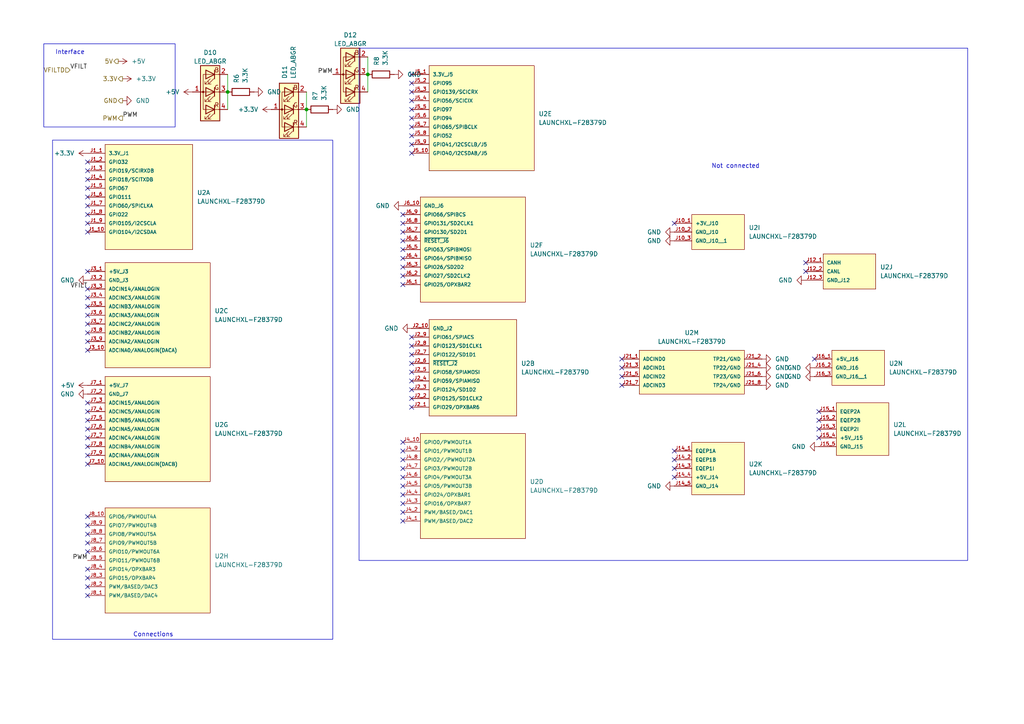
<source format=kicad_sch>
(kicad_sch (version 20250114) (generator "eeschema") (generator_version "9.0")
  (paper "A4")
  (title_block (title "Lecture_Tutorial") (date "2025-02-20") (rev "R0") (company "AbdullahZafar"))
  (lib_symbols
    (symbol "Device:LED_ABGR" (pin_names (offset 0) (hide yes))
      (property "Reference" "D" (at 0 9.398 0))
      (property "Value" "LED_ABGR" (at 0 -8.89 0))
      (symbol "LED_ABGR_0_0"
        (text "R" (at -1.905 3.81 0) (effects (font (size 1.27 1.27))))
        (text "G" (at -1.905 -1.27 0) (effects (font (size 1.27 1.27))))
        (text "B" (at -1.905 -6.35 0) (effects (font (size 1.27 1.27))))
      )
      (symbol "LED_ABGR_0_1"
        (polyline (pts (xy -1.27 6.35) (xy -1.27 3.81)) (stroke (width 0.254)))
        (polyline (pts (xy -1.27 6.35) (xy -1.27 3.81) (xy -1.27 3.81)))
        (polyline (pts (xy -1.27 5.08) (xy -2.54 5.08)))
        (polyline (pts (xy -1.27 5.08) (xy 1.27 5.08)))
        (polyline (pts (xy -1.27 1.27) (xy -1.27 -1.27)) (stroke (width 0.254)))
        (polyline (pts (xy -1.27 1.27) (xy -1.27 -1.27) (xy -1.27 -1.27)))
        (polyline (pts (xy -1.27 0) (xy -2.54 0)))
        (polyline (pts (xy -1.27 -3.81) (xy -1.27 -6.35)) (stroke (width 0.254)))
        (polyline (pts (xy -1.27 -5.08) (xy -2.54 -5.08)))
        (polyline (pts (xy -1.27 -5.08) (xy 1.27 -5.08)))
        (polyline (pts (xy -1.016 6.35) (xy 0.508 7.874) (xy -0.254 7.874) (xy 0.508 7.874) (xy 0.508 7.112)))
        (polyline (pts (xy -1.016 1.27) (xy 0.508 2.794) (xy -0.254 2.794) (xy 0.508 2.794) (xy 0.508 2.032)))
        (polyline (pts (xy -1.016 -3.81) (xy 0.508 -2.286) (xy -0.254 -2.286) (xy 0.508 -2.286) (xy 0.508 -3.048)))
        (polyline (pts (xy 0 6.35) (xy 1.524 7.874) (xy 0.762 7.874) (xy 1.524 7.874) (xy 1.524 7.112)))
        (polyline (pts (xy 0 1.27) (xy 1.524 2.794) (xy 0.762 2.794) (xy 1.524 2.794) (xy 1.524 2.032)))
        (polyline (pts (xy 0 -3.81) (xy 1.524 -2.286) (xy 0.762 -2.286) (xy 1.524 -2.286) (xy 1.524 -3.048)))
        (polyline (pts (xy 1.27 6.35) (xy 1.27 3.81) (xy -1.27 5.08) (xy 1.27 6.35)) (stroke (width 0.254)))
        (rectangle (start 1.27 6.35) (end 1.27 6.35))
        (rectangle (start 1.27 3.81) (end 1.27 6.35))
        (polyline (pts (xy 1.27 1.27) (xy 1.27 -1.27) (xy -1.27 0) (xy 1.27 1.27)) (stroke (width 0.254)))
        (rectangle (start 1.27 1.27) (end 1.27 1.27))
        (polyline (pts (xy 1.27 0) (xy -1.27 0)))
        (polyline (pts (xy 1.27 0) (xy 2.54 0)))
        (rectangle (start 1.27 -1.27) (end 1.27 1.27))
        (polyline (pts (xy 1.27 -3.81) (xy 1.27 -6.35) (xy -1.27 -5.08) (xy 1.27 -3.81)) (stroke (width 0.254)))
        (polyline (pts (xy 1.27 -5.08) (xy 2.032 -5.08) (xy 2.032 5.08) (xy 1.27 5.08)))
        (circle (center 2.032 0) (radius 0.254) (fill (type outline)))
        (rectangle (start 2.794 8.382) (end -2.794 -7.62) (stroke (width 0.254)) (fill (type background)))
      )
      (symbol "LED_ABGR_1_1"
        (pin passive line (at -5.08 5.08 0) (length 2.54) (name "RK") (number "4"))
        (pin passive line (at -5.08 0 0) (length 2.54) (name "GK") (number "3"))
        (pin passive line (at -5.08 -5.08 0) (length 2.54) (name "BK") (number "2"))
        (pin passive line (at 5.08 0 180) (length 2.54) (name "A") (number "1"))
      )
    )
    (symbol "Device:R" (pin_numbers (hide yes)) (pin_names (offset 0))
      (property "Reference" "R" (at 2.032 0 90))
      (property "Value" "R" (at 0 0 90))
      (symbol "R_0_1"
        (rectangle (start -1.016 -2.54) (end 1.016 2.54) (stroke (width 0.254)))
      )
      (symbol "R_1_1"
        (pin passive line (at 0 3.81 270) (length 1.27) (name "~") (number "1"))
        (pin passive line (at 0 -3.81 90) (length 1.27) (name "~") (number "2"))
      )
    )
    (symbol "LAUNCHXL-F28379D:LAUNCHXL-F28379D" (pin_names (offset 1.016))
      (property "Reference" "U" (at -12.2428 15.9258 0))
      (property "Value" "LAUNCHXL-F28379D" (at -12.7 -17.272 0))
      (symbol "LAUNCHXL-F28379D_1_0"
        (rectangle (start -12.7 -15.24) (end 12.7 15.24) (stroke (width 0.1524)) (fill (type background)))
        (pin power_in line (at -17.78 12.7 0) (length 5.08) (name "3.3V_J1") (number "J1_1"))
        (pin bidirectional line (at -17.78 10.16 0) (length 5.08) (name "GPIO32") (number "J1_2"))
        (pin bidirectional line (at -17.78 7.62 0) (length 5.08) (name "GPIO19/SCIRXDB") (number "J1_3"))
        (pin bidirectional line (at -17.78 5.08 0) (length 5.08) (name "GPIO18/SCITXDB") (number "J1_4"))
        (pin bidirectional line (at -17.78 2.54 0) (length 5.08) (name "GPIO67") (number "J1_5"))
        (pin bidirectional line (at -17.78 0 0) (length 5.08) (name "GPIO111") (number "J1_6"))
        (pin bidirectional line (at -17.78 -2.54 0) (length 5.08) (name "GPIO60/SPICLKA") (number "J1_7"))
        (pin bidirectional line (at -17.78 -5.08 0) (length 5.08) (name "GPIO22") (number "J1_8"))
        (pin bidirectional line (at -17.78 -7.62 0) (length 5.08) (name "GPIO105/I2CSCLA") (number "J1_9"))
        (pin bidirectional line (at -17.78 -10.16 0) (length 5.08) (name "GPIO104/I2CSDAA") (number "J1_10"))
      )
      (symbol "LAUNCHXL-F28379D_2_0"
        (rectangle (start -12.7 -12.7) (end 12.7 15.24) (stroke (width 0.1524)) (fill (type background)))
        (pin power_in line (at -17.78 12.7 0) (length 5.08) (name "GND_J2") (number "J2_10"))
        (pin bidirectional line (at -17.78 10.16 0) (length 5.08) (name "GPIO61/SPIACS") (number "J2_9"))
        (pin bidirectional line (at -17.78 7.62 0) (length 5.08) (name "GPIO123/SD1CLK1") (number "J2_8"))
        (pin bidirectional line (at -17.78 5.08 0) (length 5.08) (name "GPIO122/SD1D1") (number "J2_7"))
        (pin bidirectional line (at -17.78 2.54 0) (length 5.08) (name "~{RESET_J2}") (number "J2_6"))
        (pin bidirectional line (at -17.78 0 0) (length 5.08) (name "GPIO58/SPIAMOSI") (number "J2_5"))
        (pin bidirectional line (at -17.78 -2.54 0) (length 5.08) (name "GPIO59/SPIAMISO") (number "J2_4"))
        (pin bidirectional line (at -17.78 -5.08 0) (length 5.08) (name "GPIO124/SD1D2") (number "J2_3"))
        (pin bidirectional line (at -17.78 -7.62 0) (length 5.08) (name "GPIO125/SD1CLK2") (number "J2_2"))
        (pin bidirectional line (at -17.78 -10.16 0) (length 5.08) (name "GPIO29/OPXBAR6") (number "J2_1"))
      )
      (symbol "LAUNCHXL-F28379D_3_0"
        (rectangle (start -15.24 -15.24) (end 15.24 15.24) (stroke (width 0.1524)) (fill (type background)))
        (pin power_in line (at -20.32 12.7 0) (length 5.08) (name "+5V_J3") (number "J3_1"))
        (pin power_in line (at -20.32 10.16 0) (length 5.08) (name "GND_J3") (number "J3_2"))
        (pin bidirectional line (at -20.32 7.62 0) (length 5.08) (name "ADCIN14/ANALOGIN") (number "J3_3"))
        (pin bidirectional line (at -20.32 5.08 0) (length 5.08) (name "ADCINC3/ANALOGIN") (number "J3_4"))
        (pin bidirectional line (at -20.32 2.54 0) (length 5.08) (name "ADCINB3/ANALOGIN") (number "J3_5"))
        (pin bidirectional line (at -20.32 0 0) (length 5.08) (name "ADCINA3/ANALOGIN") (number "J3_6"))
        (pin bidirectional line (at -20.32 -2.54 0) (length 5.08) (name "ADCINC2/ANALOGIN") (number "J3_7"))
        (pin bidirectional line (at -20.32 -5.08 0) (length 5.08) (name "ADCINB2/ANALOGIN") (number "J3_8"))
        (pin bidirectional line (at -20.32 -7.62 0) (length 5.08) (name "ADCINA2/ANALOGIN") (number "J3_9"))
        (pin bidirectional line (at -20.32 -10.16 0) (length 5.08) (name "ADCINA0/ANALOGIN(DACA)") (number "J3_10"))
      )
      (symbol "LAUNCHXL-F28379D_4_0"
        (rectangle (start -15.24 -15.24) (end 15.24 15.24) (stroke (width 0.1524)) (fill (type background)))
        (pin bidirectional line (at -20.32 12.7 0) (length 5.08) (name "GPIO0/PWMOUT1A") (number "J4_10"))
        (pin bidirectional line (at -20.32 10.16 0) (length 5.08) (name "GPIO1/PWMOUT1B") (number "J4_9"))
        (pin bidirectional line (at -20.32 7.62 0) (length 5.08) (name "GPIO2//PWMOUT2A") (number "J4_8"))
        (pin bidirectional line (at -20.32 5.08 0) (length 5.08) (name "GPIO3/PWMOUT2B") (number "J4_7"))
        (pin bidirectional line (at -20.32 2.54 0) (length 5.08) (name "GPIO4/PWMOUT3A") (number "J4_6"))
        (pin bidirectional line (at -20.32 0 0) (length 5.08) (name "GPIO5/PWMOUT3B") (number "J4_5"))
        (pin bidirectional line (at -20.32 -2.54 0) (length 5.08) (name "GPIO24/OPXBAR1") (number "J4_4"))
        (pin bidirectional line (at -20.32 -5.08 0) (length 5.08) (name "GPIO16/OPXBAR7") (number "J4_3"))
        (pin bidirectional line (at -20.32 -7.62 0) (length 5.08) (name "PWM/BASED/DAC1") (number "J4_2"))
        (pin bidirectional line (at -20.32 -10.16 0) (length 5.08) (name "PWM/BASED/DAC2") (number "J4_1"))
      )
      (symbol "LAUNCHXL-F28379D_5_0"
        (rectangle (start -15.24 -15.24) (end 15.24 15.24) (stroke (width 0.1524)) (fill (type background)))
        (pin power_in line (at -20.32 12.7 0) (length 5.08) (name "3.3V_J5") (number "J5_1"))
        (pin bidirectional line (at -20.32 10.16 0) (length 5.08) (name "GPIO95") (number "J5_2"))
        (pin bidirectional line (at -20.32 7.62 0) (length 5.08) (name "GPIO139/SCICRX") (number "J5_3"))
        (pin bidirectional line (at -20.32 5.08 0) (length 5.08) (name "GPIO56/SCICIX") (number "J5_4"))
        (pin bidirectional line (at -20.32 2.54 0) (length 5.08) (name "GPIO97") (number "J5_5"))
        (pin bidirectional line (at -20.32 0 0) (length 5.08) (name "GPIO94") (number "J5_6"))
        (pin bidirectional line (at -20.32 -2.54 0) (length 5.08) (name "GPIO65/SPIBCLK") (number "J5_7"))
        (pin bidirectional line (at -20.32 -5.08 0) (length 5.08) (name "GPIO52") (number "J5_8"))
        (pin bidirectional line (at -20.32 -7.62 0) (length 5.08) (name "GPIO41/I2CSCLB/J5") (number "J5_9"))
        (pin bidirectional line (at -20.32 -10.16 0) (length 5.08) (name "GPIO40/I2CSDAB/J5") (number "J5_10"))
      )
      (symbol "LAUNCHXL-F28379D_6_0"
        (rectangle (start -15.24 -15.24) (end 15.24 15.24) (stroke (width 0.1524)) (fill (type background)))
        (pin power_in line (at -20.32 12.7 0) (length 5.08) (name "GND_J6") (number "J6_10"))
        (pin bidirectional line (at -20.32 10.16 0) (length 5.08) (name "GPIO66/SPIBCS") (number "J6_9"))
        (pin bidirectional line (at -20.32 7.62 0) (length 5.08) (name "GPIO131/SD2CLK1") (number "J6_8"))
        (pin bidirectional line (at -20.32 5.08 0) (length 5.08) (name "GPIO130/SD2D1") (number "J6_7"))
        (pin bidirectional line (at -20.32 2.54 0) (length 5.08) (name "~{RESET_J6}") (number "J6_6"))
        (pin bidirectional line (at -20.32 0 0) (length 5.08) (name "GPIO63/SPIBMOSI") (number "J6_5"))
        (pin bidirectional line (at -20.32 -2.54 0) (length 5.08) (name "GPIO64/SPIBMISO") (number "J6_4"))
        (pin bidirectional line (at -20.32 -5.08 0) (length 5.08) (name "GPIO26/SD2D2") (number "J6_3"))
        (pin bidirectional line (at -20.32 -7.62 0) (length 5.08) (name "GPIO27/SD2CLK2") (number "J6_2"))
        (pin bidirectional line (at -20.32 -10.16 0) (length 5.08) (name "GPIO25/OPXBAR2") (number "J6_1"))
      )
      (symbol "LAUNCHXL-F28379D_7_0"
        (rectangle (start -15.24 -15.24) (end 15.24 15.24) (stroke (width 0.1524)) (fill (type background)))
        (pin power_in line (at -20.32 12.7 0) (length 5.08) (name "+5V_J7") (number "J7_1"))
        (pin power_in line (at -20.32 10.16 0) (length 5.08) (name "GND_J7") (number "J7_2"))
        (pin bidirectional line (at -20.32 7.62 0) (length 5.08) (name "ADCIN15/ANALOGIN") (number "J7_3"))
        (pin bidirectional line (at -20.32 5.08 0) (length 5.08) (name "ADCINC5/ANALOGIN") (number "J7_4"))
        (pin bidirectional line (at -20.32 2.54 0) (length 5.08) (name "ADCINB5/ANALOGIN") (number "J7_5"))
        (pin bidirectional line (at -20.32 0 0) (length 5.08) (name "ADCINA5/ANALOGIN") (number "J7_6"))
        (pin bidirectional line (at -20.32 -2.54 0) (length 5.08) (name "ADCINC4/ANALOGIN") (number "J7_7"))
        (pin bidirectional line (at -20.32 -5.08 0) (length 5.08) (name "ADCINB4/ANALOGIN") (number "J7_8"))
        (pin bidirectional line (at -20.32 -7.62 0) (length 5.08) (name "ADCINA4/ANALOGIN") (number "J7_9"))
        (pin bidirectional line (at -20.32 -10.16 0) (length 5.08) (name "ADCINA1/ANALOGIN(DACB)") (number "J7_10"))
      )
      (symbol "LAUNCHXL-F28379D_8_0"
        (rectangle (start -15.24 -15.24) (end 15.24 15.24) (stroke (width 0.1524)) (fill (type background)))
        (pin bidirectional line (at -20.32 12.7 0) (length 5.08) (name "GPIO6/PWMOUT4A") (number "J8_10"))
        (pin bidirectional line (at -20.32 10.16 0) (length 5.08) (name "GPIO7/PWMOUT4B") (number "J8_9"))
        (pin bidirectional line (at -20.32 7.62 0) (length 5.08) (name "GPIO8/PWMOUT5A") (number "J8_8"))
        (pin bidirectional line (at -20.32 5.08 0) (length 5.08) (name "GPIO9/PWMOUT5B") (number "J8_7"))
        (pin bidirectional line (at -20.32 2.54 0) (length 5.08) (name "GPIO10/PWMOUT6A") (number "J8_6"))
        (pin bidirectional line (at -20.32 0 0) (length 5.08) (name "GPIO11/PWMOUT6B") (number "J8_5"))
        (pin bidirectional line (at -20.32 -2.54 0) (length 5.08) (name "GPIO14/OPXBAR3") (number "J8_4"))
        (pin bidirectional line (at -20.32 -5.08 0) (length 5.08) (name "GPIO15/OPXBAR4") (number "J8_3"))
        (pin bidirectional line (at -20.32 -7.62 0) (length 5.08) (name "PWM/BASED/DAC3") (number "J8_2"))
        (pin bidirectional line (at -20.32 -10.16 0) (length 5.08) (name "PWM/BASED/DAC4") (number "J8_1"))
      )
      (symbol "LAUNCHXL-F28379D_9_0"
        (rectangle (start -7.62 -7.62) (end 7.62 2.54) (stroke (width 0.1524)) (fill (type background)))
        (pin power_in line (at -12.7 0 0) (length 5.08) (name "+3V_J10") (number "J10_1"))
        (pin power_in line (at -12.7 -2.54 0) (length 5.08) (name "GND_J10") (number "J10_2"))
        (pin power_in line (at -12.7 -5.08 0) (length 5.08) (name "GND_J10__1") (number "J10_3"))
      )
      (symbol "LAUNCHXL-F28379D_10_0"
        (rectangle (start -7.62 -5.08) (end 7.62 5.08) (stroke (width 0.1524)) (fill (type background)))
        (pin bidirectional line (at -12.7 2.54 0) (length 5.08) (name "CANH") (number "J12_1"))
        (pin bidirectional line (at -12.7 0 0) (length 5.08) (name "CANL") (number "J12_2"))
        (pin power_in line (at -12.7 -2.54 0) (length 5.08) (name "GND_J12") (number "J12_3"))
      )
      (symbol "LAUNCHXL-F28379D_11_0"
        (rectangle (start -7.62 -7.62) (end 7.62 7.62) (stroke (width 0.1524)) (fill (type background)))
        (pin bidirectional line (at -12.7 5.08 0) (length 5.08) (name "EQEP1A") (number "J14_1"))
        (pin bidirectional line (at -12.7 2.54 0) (length 5.08) (name "EQEP1B") (number "J14_2"))
        (pin bidirectional line (at -12.7 0 0) (length 5.08) (name "EQEP1I") (number "J14_3"))
        (pin power_in line (at -12.7 -2.54 0) (length 5.08) (name "+5V_J14") (number "J14_4"))
        (pin power_in line (at -12.7 -5.08 0) (length 5.08) (name "GND_J14") (number "J14_5"))
      )
      (symbol "LAUNCHXL-F28379D_12_0"
        (rectangle (start -7.62 -7.62) (end 7.62 7.62) (stroke (width 0.1524)) (fill (type background)))
        (pin bidirectional line (at -12.7 5.08 0) (length 5.08) (name "EQEP2A") (number "J15_1"))
        (pin bidirectional line (at -12.7 2.54 0) (length 5.08) (name "EQEP2B") (number "J15_2"))
        (pin bidirectional line (at -12.7 0 0) (length 5.08) (name "EQEP2I") (number "J15_3"))
        (pin power_in line (at -12.7 -2.54 0) (length 5.08) (name "+5V_J15") (number "J15_4"))
        (pin power_in line (at -12.7 -5.08 0) (length 5.08) (name "GND_J15") (number "J15_5"))
      )
      (symbol "LAUNCHXL-F28379D_13_0"
        (rectangle (start -15.24 -7.62) (end 15.24 5.08) (stroke (width 0.1524)) (fill (type background)))
        (pin input line (at -20.32 2.54 0) (length 5.08) (name "ADCIND0") (number "J21_1"))
        (pin input line (at -20.32 0 0) (length 5.08) (name "ADCIND1") (number "J21_3"))
        (pin input line (at -20.32 -2.54 0) (length 5.08) (name "ADCIND2") (number "J21_5"))
        (pin input line (at -20.32 -5.08 0) (length 5.08) (name "ADCIND3") (number "J21_7"))
        (pin power_in line (at 20.32 2.54 180) (length 5.08) (name "TP21/GND") (number "J21_2"))
        (pin power_in line (at 20.32 0 180) (length 5.08) (name "TP22/GND") (number "J21_4"))
        (pin power_in line (at 20.32 -2.54 180) (length 5.08) (name "TP23/GND") (number "J21_6"))
        (pin power_in line (at 20.32 -5.08 180) (length 5.08) (name "TP24/GND") (number "J21_8"))
      )
      (symbol "LAUNCHXL-F28379D_14_0"
        (rectangle (start -7.62 -5.08) (end 7.62 5.08) (stroke (width 0.1524)) (fill (type background)))
        (pin power_in line (at -12.7 2.54 0) (length 5.08) (name "+5V_J16") (number "J16_1"))
        (pin power_in line (at -12.7 0 0) (length 5.08) (name "GND_J16") (number "J16_2"))
        (pin power_in line (at -12.7 -2.54 0) (length 5.08) (name "GND_J16__1") (number "J16_3"))
      )
    )
    (symbol "power:+3.3V" (power) (pin_numbers (hide yes)) (pin_names (offset 0) (hide yes))
      (property "Value" "+3.3V" (at 0 3.556 0))
      (symbol "+3.3V_0_1"
        (polyline (pts (xy -0.762 1.27) (xy 0 2.54)))
        (polyline (pts (xy 0 2.54) (xy 0.762 1.27)))
        (polyline (pts (xy 0 0) (xy 0 2.54)))
      )
      (symbol "+3.3V_1_1"
        (pin power_in line (at 0 0 90) (length 0) (name "~") (number "1"))
      )
    )
    (symbol "power:+5V" (power) (pin_numbers (hide yes)) (pin_names (offset 0) (hide yes))
      (property "Value" "+5V" (at 0 3.556 0))
      (symbol "+5V_0_1"
        (polyline (pts (xy -0.762 1.27) (xy 0 2.54)))
        (polyline (pts (xy 0 2.54) (xy 0.762 1.27)))
        (polyline (pts (xy 0 0) (xy 0 2.54)))
      )
      (symbol "+5V_1_1"
        (pin power_in line (at 0 0 90) (length 0) (name "~") (number "1"))
      )
    )
    (symbol "power:GND" (power) (pin_numbers (hide yes)) (pin_names (offset 0) (hide yes))
      (property "Value" "GND" (at 0 -3.81 0))
      (symbol "GND_0_1"
        (polyline (pts (xy 0 0) (xy 0 -1.27) (xy 1.27 -1.27) (xy 0 -2.54) (xy -1.27 -1.27) (xy 0 -1.27)))
      )
      (symbol "GND_1_1"
        (pin power_in line (at 0 0 270) (length 0) (name "~") (number "1"))
      )
    )
  )
  (rectangle (start 15.24 40.64) (end 96.52 185.42))
  (rectangle (start 104.14 13.97) (end 280.67 162.56))
  (rectangle (start 12.7 12.7) (end 50.8 36.83))
  (text "Interface\n" (at 20.32 15.24 0) (effects (font (size 1.27 1.27))))
  (text "Not connected\n" (at 213.36 48.26 0) (effects (font (size 1.27 1.27))))
  (text "Connections\n" (at 44.45 184.15 0) (effects (font (size 1.27 1.27))))
  (junction (at 88.9 31.75))
  (junction (at 66.04 26.67))
  (junction (at 106.68 21.59))
  (no_connect (at 195.58 138.43))
  (no_connect (at 116.84 130.81))
  (no_connect (at 25.4 170.18))
  (no_connect (at 25.4 116.84))
  (no_connect (at 25.4 154.94))
  (no_connect (at 116.84 72.39))
  (no_connect (at 116.84 128.27))
  (no_connect (at 25.4 67.31))
  (no_connect (at 25.4 167.64))
  (no_connect (at 25.4 64.77))
  (no_connect (at 25.4 149.86))
  (no_connect (at 25.4 62.23))
  (no_connect (at 116.84 80.01))
  (no_connect (at 180.34 109.22))
  (no_connect (at 195.58 64.77))
  (no_connect (at 25.4 93.98))
  (no_connect (at 116.84 64.77))
  (no_connect (at 119.38 115.57))
  (no_connect (at 25.4 96.52))
  (no_connect (at 119.38 41.91))
  (no_connect (at 25.4 152.4))
  (no_connect (at 119.38 31.75))
  (no_connect (at 25.4 132.08))
  (no_connect (at 116.84 140.97))
  (no_connect (at 25.4 121.92))
  (no_connect (at 116.84 69.85))
  (no_connect (at 116.84 82.55))
  (no_connect (at 237.49 127))
  (no_connect (at 25.4 172.72))
  (no_connect (at 116.84 77.47))
  (no_connect (at 116.84 133.35))
  (no_connect (at 25.4 52.07))
  (no_connect (at 236.22 104.14))
  (no_connect (at 25.4 99.06))
  (no_connect (at 25.4 59.69))
  (no_connect (at 116.84 135.89))
  (no_connect (at 25.4 101.6))
  (no_connect (at 25.4 157.48))
  (no_connect (at 119.38 110.49))
  (no_connect (at 116.84 62.23))
  (no_connect (at 116.84 74.93))
  (no_connect (at 119.38 29.21))
  (no_connect (at 119.38 100.33))
  (no_connect (at 119.38 107.95))
  (no_connect (at 25.4 91.44))
  (no_connect (at 25.4 119.38))
  (no_connect (at 119.38 102.87))
  (no_connect (at 119.38 97.79))
  (no_connect (at 25.4 57.15))
  (no_connect (at 116.84 151.13))
  (no_connect (at 119.38 34.29))
  (no_connect (at 116.84 143.51))
  (no_connect (at 195.58 130.81))
  (no_connect (at 180.34 111.76))
  (no_connect (at 119.38 21.59))
  (no_connect (at 25.4 78.74))
  (no_connect (at 237.49 119.38))
  (no_connect (at 233.68 78.74))
  (no_connect (at 180.34 104.14))
  (no_connect (at 119.38 24.13))
  (no_connect (at 25.4 127))
  (no_connect (at 25.4 165.1))
  (no_connect (at 195.58 135.89))
  (no_connect (at 25.4 160.02))
  (no_connect (at 237.49 121.92))
  (no_connect (at 25.4 54.61))
  (no_connect (at 119.38 36.83))
  (no_connect (at 233.68 76.2))
  (no_connect (at 119.38 113.03))
  (no_connect (at 116.84 148.59))
  (no_connect (at 237.49 124.46))
  (no_connect (at 25.4 83.82))
  (no_connect (at 25.4 49.53))
  (no_connect (at 116.84 67.31))
  (no_connect (at 25.4 88.9))
  (no_connect (at 25.4 134.62))
  (no_connect (at 116.84 138.43))
  (no_connect (at 116.84 146.05))
  (no_connect (at 119.38 44.45))
  (no_connect (at 119.38 105.41))
  (no_connect (at 180.34 106.68))
  (no_connect (at 195.58 133.35))
  (no_connect (at 119.38 39.37))
  (no_connect (at 25.4 46.99))
  (no_connect (at 119.38 118.11))
  (no_connect (at 119.38 26.67))
  (no_connect (at 25.4 124.46))
  (no_connect (at 25.4 86.36))
  (no_connect (at 25.4 129.54))
  (wire (pts (xy 66.04 26.67) (xy 66.04 31.75)))
  (wire (pts (xy 88.9 31.75) (xy 88.9 36.83)))
  (wire (pts (xy 66.04 21.59) (xy 66.04 26.67)))
  (wire (pts (xy 88.9 26.67) (xy 88.9 31.75)))
  (wire (pts (xy 106.68 21.59) (xy 106.68 26.67)))
  (wire (pts (xy 106.68 16.51) (xy 106.68 21.59)))
  (label "PWM" (at 96.52 21.59 180))
  (label "VFILT" (at 20.32 20.32 0))
  (label "PWM" (at 25.4 162.56 180))
  (label "PWM" (at 35.56 34.29 0))
  (label "VFILT" (at 25.4 83.82 180))
  (hierarchical_label "PWM" (shape output) (at 35.56 34.29 180))
  (hierarchical_label "3.3V" (shape output) (at 35.56 22.86 180))
  (hierarchical_label "VFILTD" (shape input) (at 20.32 20.32 180))
  (hierarchical_label "GND" (shape output) (at 35.56 29.21 180))
  (hierarchical_label "5V" (shape output) (at 34.29 17.78 180))
  (symbol (lib_id "power:GND") (at 25.4 114.3 270) (mirror x) (unit 1)
    (property "Reference" "#PWR037" (effects (hide yes)))
    (property "Value" "GND" (at 21.59 114.2999 90) (effects (justify right)))
    (property "Description" "Power symbol creates a global label with name \"GND\" , ground" (effects (hide yes)))
  )
  (symbol (lib_id "power:GND") (at 25.4 81.28 270) (mirror x) (unit 1)
    (property "Reference" "#PWR024" (effects (hide yes)))
    (property "Value" "GND" (at 21.59 81.2799 90) (effects (justify right)))
    (property "Description" "Power symbol creates a global label with name \"GND\" , ground" (effects (hide yes)))
  )
  (symbol (lib_id "Device:R") (at 92.71 31.75 90) (unit 1)
    (property "Reference" "R7" (at 91.4399 29.21 0) (effects (justify left)))
    (property "Value" "3.3K" (at 93.9799 29.21 0) (effects (justify left)))
    (property "Footprint" "Resistor_SMD:R_0805_2012Metric_Pad1.20x1.40mm_HandSolder" (effects (hide yes)))
    (property "Datasheet" "ERJ-P06F3301V" (effects (hide yes)))
    (property "Description" "Resistor" (effects (hide yes)))
    (property "Part No." "ERJ-P06F3301V" (effects (hide yes)))
  )
  (symbol (lib_id "LAUNCHXL-F28379D:LAUNCHXL-F28379D") (at 45.72 91.44 0) (unit 3)
    (property "Reference" "U2" (at 62.23 90.1699 0) (effects (justify left)))
    (property "Value" "LAUNCHXL-F28379D" (at 62.23 92.7099 0) (effects (justify left)))
    (property "Footprint" "LAUNCHXL_F28379D:MOD_LAUNCHXL-F28379D" (effects (hide yes)))
    (property "PARTREV" "2.0" (effects (hide yes)))
    (property "STANDARD" "Manufacturer Recommendations" (effects (hide yes)))
    (property "MANUFACTURER" "Texas Instruments" (effects (hide yes)))
  )
  (symbol (lib_id "LAUNCHXL-F28379D:LAUNCHXL-F28379D") (at 45.72 162.56 0) (unit 8)
    (property "Reference" "U2" (at 62.23 161.2899 0) (effects (justify left)))
    (property "Value" "LAUNCHXL-F28379D" (at 62.23 163.8299 0) (effects (justify left)))
    (property "Footprint" "LAUNCHXL_F28379D:MOD_LAUNCHXL-F28379D" (effects (hide yes)))
    (property "PARTREV" "2.0" (effects (hide yes)))
    (property "STANDARD" "Manufacturer Recommendations" (effects (hide yes)))
    (property "MANUFACTURER" "Texas Instruments" (effects (hide yes)))
  )
  (symbol (lib_id "power:GND") (at 119.38 95.25 270) (mirror x) (unit 1)
    (property "Reference" "#PWR023" (effects (hide yes)))
    (property "Value" "GND" (at 115.57 95.2499 90) (effects (justify right)))
    (property "Description" "Power symbol creates a global label with name \"GND\" , ground" (effects (hide yes)))
  )
  (symbol (lib_id "power:GND") (at 220.98 104.14 90) (unit 1)
    (property "Reference" "#PWR025" (effects (hide yes)))
    (property "Value" "GND" (at 224.79 104.1399 90) (effects (justify right)))
    (property "Description" "Power symbol creates a global label with name \"GND\" , ground" (effects (hide yes)))
  )
  (symbol (lib_id "Device:LED_ABGR") (at 101.6 21.59 180) (unit 1)
    (property "Reference" "D12" (at 101.6 10.16 0))
    (property "Value" "LED_ABGR" (at 101.6 12.7 0))
    (property "Footprint" "LED_SMD:LED_0805_2012Metric" (effects (hide yes)))
    (property "Description" "RGB LED, anode/blue/green/red" (effects (hide yes)))
  )
  (symbol (lib_id "power:GND") (at 236.22 109.22 270) (mirror x) (unit 1)
    (property "Reference" "#PWR029" (effects (hide yes)))
    (property "Value" "GND" (at 232.41 109.2199 90) (effects (justify right)))
    (property "Description" "Power symbol creates a global label with name \"GND\" , ground" (effects (hide yes)))
  )
  (symbol (lib_id "power:GND") (at 195.58 67.31 270) (mirror x) (unit 1)
    (property "Reference" "#PWR031" (effects (hide yes)))
    (property "Value" "GND" (at 191.77 67.3099 90) (effects (justify right)))
    (property "Description" "Power symbol creates a global label with name \"GND\" , ground" (effects (hide yes)))
  )
  (symbol (lib_id "Device:LED_ABGR") (at 83.82 31.75 180) (unit 1)
    (property "Reference" "D11" (at 82.5499 22.86 90) (effects (justify right)))
    (property "Value" "LED_ABGR" (at 85.0899 22.86 90) (effects (justify right)))
    (property "Footprint" "LED_SMD:LED_0805_2012Metric" (effects (hide yes)))
    (property "Description" "RGB LED, anode/blue/green/red" (effects (hide yes)))
  )
  (symbol (lib_id "power:GND") (at 220.98 106.68 90) (unit 1)
    (property "Reference" "#PWR026" (effects (hide yes)))
    (property "Value" "GND" (at 224.79 106.6799 90) (effects (justify right)))
    (property "Description" "Power symbol creates a global label with name \"GND\" , ground" (effects (hide yes)))
  )
  (symbol (lib_id "LAUNCHXL-F28379D:LAUNCHXL-F28379D") (at 200.66 106.68 0) (unit 13)
    (property "Reference" "U2" (at 200.66 96.52 0))
    (property "Value" "LAUNCHXL-F28379D" (at 200.66 99.06 0))
    (property "Footprint" "LAUNCHXL_F28379D:MOD_LAUNCHXL-F28379D" (effects (hide yes)))
    (property "PARTREV" "2.0" (effects (hide yes)))
    (property "STANDARD" "Manufacturer Recommendations" (effects (hide yes)))
    (property "MANUFACTURER" "Texas Instruments" (effects (hide yes)))
  )
  (symbol (lib_id "power:GND") (at 35.56 29.21 90) (unit 1)
    (property "Reference" "#PWR020" (effects (hide yes)))
    (property "Value" "GND" (at 39.37 29.2099 90) (effects (justify right)))
    (property "Description" "Power symbol creates a global label with name \"GND\" , ground" (effects (hide yes)))
  )
  (symbol (lib_id "power:+3.3V") (at 25.4 44.45 90) (mirror x) (unit 1)
    (property "Reference" "#PWR021" (effects (hide yes)))
    (property "Value" "+3.3V" (at 21.59 44.4499 90) (effects (justify left)))
    (property "Description" "Power symbol creates a global label with name \"+3.3V\"" (effects (hide yes)))
  )
  (symbol (lib_id "LAUNCHXL-F28379D:LAUNCHXL-F28379D") (at 137.16 140.97 0) (unit 4)
    (property "Reference" "U2" (at 153.67 139.6999 0) (effects (justify left)))
    (property "Value" "LAUNCHXL-F28379D" (at 153.67 142.2399 0) (effects (justify left)))
    (property "Footprint" "LAUNCHXL_F28379D:MOD_LAUNCHXL-F28379D" (effects (hide yes)))
    (property "PARTREV" "2.0" (effects (hide yes)))
    (property "STANDARD" "Manufacturer Recommendations" (effects (hide yes)))
    (property "MANUFACTURER" "Texas Instruments" (effects (hide yes)))
  )
  (symbol (lib_id "LAUNCHXL-F28379D:LAUNCHXL-F28379D") (at 208.28 64.77 0) (unit 9)
    (property "Reference" "U2" (at 217.17 66.0399 0) (effects (justify left)))
    (property "Value" "LAUNCHXL-F28379D" (at 217.17 68.5799 0) (effects (justify left)))
    (property "Footprint" "LAUNCHXL_F28379D:MOD_LAUNCHXL-F28379D" (effects (hide yes)))
    (property "PARTREV" "2.0" (effects (hide yes)))
    (property "STANDARD" "Manufacturer Recommendations" (effects (hide yes)))
    (property "MANUFACTURER" "Texas Instruments" (effects (hide yes)))
  )
  (symbol (lib_id "LAUNCHXL-F28379D:LAUNCHXL-F28379D") (at 139.7 34.29 0) (unit 5)
    (property "Reference" "U2" (at 156.21 33.0199 0) (effects (justify left)))
    (property "Value" "LAUNCHXL-F28379D" (at 156.21 35.5599 0) (effects (justify left)))
    (property "Footprint" "LAUNCHXL_F28379D:MOD_LAUNCHXL-F28379D" (effects (hide yes)))
    (property "PARTREV" "2.0" (effects (hide yes)))
    (property "STANDARD" "Manufacturer Recommendations" (effects (hide yes)))
    (property "MANUFACTURER" "Texas Instruments" (effects (hide yes)))
  )
  (symbol (lib_id "LAUNCHXL-F28379D:LAUNCHXL-F28379D") (at 208.28 135.89 0) (unit 11)
    (property "Reference" "U2" (at 217.17 134.6199 0) (effects (justify left)))
    (property "Value" "LAUNCHXL-F28379D" (at 217.17 137.1599 0) (effects (justify left)))
    (property "Footprint" "LAUNCHXL_F28379D:MOD_LAUNCHXL-F28379D" (effects (hide yes)))
    (property "PARTREV" "2.0" (effects (hide yes)))
    (property "STANDARD" "Manufacturer Recommendations" (effects (hide yes)))
    (property "MANUFACTURER" "Texas Instruments" (effects (hide yes)))
  )
  (symbol (lib_id "LAUNCHXL-F28379D:LAUNCHXL-F28379D") (at 45.72 124.46 0) (unit 7)
    (property "Reference" "U2" (at 62.23 123.1899 0) (effects (justify left)))
    (property "Value" "LAUNCHXL-F28379D" (at 62.23 125.7299 0) (effects (justify left)))
    (property "Footprint" "LAUNCHXL_F28379D:MOD_LAUNCHXL-F28379D" (effects (hide yes)))
    (property "PARTREV" "2.0" (effects (hide yes)))
    (property "STANDARD" "Manufacturer Recommendations" (effects (hide yes)))
    (property "MANUFACTURER" "Texas Instruments" (effects (hide yes)))
  )
  (symbol (lib_id "LAUNCHXL-F28379D:LAUNCHXL-F28379D") (at 246.38 78.74 0) (unit 10)
    (property "Reference" "U2" (at 255.27 77.4699 0) (effects (justify left)))
    (property "Value" "LAUNCHXL-F28379D" (at 255.27 80.0099 0) (effects (justify left)))
    (property "Footprint" "LAUNCHXL_F28379D:MOD_LAUNCHXL-F28379D" (effects (hide yes)))
    (property "PARTREV" "2.0" (effects (hide yes)))
    (property "STANDARD" "Manufacturer Recommendations" (effects (hide yes)))
    (property "MANUFACTURER" "Texas Instruments" (effects (hide yes)))
  )
  (symbol (lib_id "power:+3.3V") (at 78.74 31.75 90) (mirror x) (unit 1)
    (property "Reference" "#PWR050" (effects (hide yes)))
    (property "Value" "+3.3V" (at 74.93 31.7499 90) (effects (justify left)))
    (property "Description" "Power symbol creates a global label with name \"+3.3V\"" (effects (hide yes)))
  )
  (symbol (lib_id "power:GND") (at 237.49 129.54 270) (mirror x) (unit 1)
    (property "Reference" "#PWR035" (effects (hide yes)))
    (property "Value" "GND" (at 233.68 129.5399 90) (effects (justify right)))
    (property "Description" "Power symbol creates a global label with name \"GND\" , ground" (effects (hide yes)))
  )
  (symbol (lib_id "power:GND") (at 195.58 69.85 270) (mirror x) (unit 1)
    (property "Reference" "#PWR032" (effects (hide yes)))
    (property "Value" "GND" (at 191.77 69.8499 90) (effects (justify right)))
    (property "Description" "Power symbol creates a global label with name \"GND\" , ground" (effects (hide yes)))
  )
  (symbol (lib_id "power:+5V") (at 34.29 17.78 270) (unit 1)
    (property "Reference" "#PWR018" (effects (hide yes)))
    (property "Value" "+5V" (at 38.1 17.7799 90) (effects (justify left)))
    (property "Description" "Power symbol creates a global label with name \"+5V\"" (effects (hide yes)))
  )
  (symbol (lib_id "Device:R") (at 69.85 26.67 90) (unit 1)
    (property "Reference" "R6" (at 68.5799 24.13 0) (effects (justify left)))
    (property "Value" "3.3K" (at 71.1199 24.13 0) (effects (justify left)))
    (property "Footprint" "Resistor_SMD:R_0805_2012Metric_Pad1.20x1.40mm_HandSolder" (effects (hide yes)))
    (property "Datasheet" "ERJ-P06F3301V" (effects (hide yes)))
    (property "Description" "Resistor" (effects (hide yes)))
    (property "Part No." "ERJ-P06F3301V" (effects (hide yes)))
  )
  (symbol (lib_id "power:+5V") (at 25.4 111.76 90) (mirror x) (unit 1)
    (property "Reference" "#PWR022" (effects (hide yes)))
    (property "Value" "+5V" (at 21.59 111.7599 90) (effects (justify left)))
    (property "Description" "Power symbol creates a global label with name \"+5V\"" (effects (hide yes)))
  )
  (symbol (lib_id "power:GND") (at 233.68 81.28 270) (mirror x) (unit 1)
    (property "Reference" "#PWR033" (effects (hide yes)))
    (property "Value" "GND" (at 229.87 81.2799 90) (effects (justify right)))
    (property "Description" "Power symbol creates a global label with name \"GND\" , ground" (effects (hide yes)))
  )
  (symbol (lib_id "LAUNCHXL-F28379D:LAUNCHXL-F28379D") (at 137.16 107.95 0) (unit 2)
    (property "Reference" "U2" (at 151.13 105.4099 0) (effects (justify left)))
    (property "Value" "LAUNCHXL-F28379D" (at 151.13 107.9499 0) (effects (justify left)))
    (property "Footprint" "LAUNCHXL_F28379D:MOD_LAUNCHXL-F28379D" (effects (hide yes)))
    (property "PARTREV" "2.0" (effects (hide yes)))
    (property "STANDARD" "Manufacturer Recommendations" (effects (hide yes)))
    (property "MANUFACTURER" "Texas Instruments" (effects (hide yes)))
  )
  (symbol (lib_id "LAUNCHXL-F28379D:LAUNCHXL-F28379D") (at 248.92 106.68 0) (unit 14)
    (property "Reference" "U2" (at 257.81 105.4099 0) (effects (justify left)))
    (property "Value" "LAUNCHXL-F28379D" (at 257.81 107.9499 0) (effects (justify left)))
    (property "Footprint" "LAUNCHXL_F28379D:MOD_LAUNCHXL-F28379D" (effects (hide yes)))
    (property "PARTREV" "2.0" (effects (hide yes)))
    (property "STANDARD" "Manufacturer Recommendations" (effects (hide yes)))
    (property "MANUFACTURER" "Texas Instruments" (effects (hide yes)))
  )
  (symbol (lib_id "power:+3.3V") (at 35.56 22.86 270) (unit 1)
    (property "Reference" "#PWR019" (effects (hide yes)))
    (property "Value" "+3.3V" (at 39.37 22.8599 90) (effects (justify left)))
    (property "Description" "Power symbol creates a global label with name \"+3.3V\"" (effects (hide yes)))
  )
  (symbol (lib_id "power:GND") (at 73.66 26.67 90) (unit 1)
    (property "Reference" "#PWR043" (effects (hide yes)))
    (property "Value" "GND" (at 77.47 26.6699 90) (effects (justify right)))
    (property "Description" "Power symbol creates a global label with name \"GND\" , ground" (effects (hide yes)))
  )
  (symbol (lib_id "Device:LED_ABGR") (at 60.96 26.67 180) (unit 1)
    (property "Reference" "D10" (at 60.96 15.24 0))
    (property "Value" "LED_ABGR" (at 60.96 17.78 0))
    (property "Footprint" "LED_SMD:LED_0805_2012Metric" (effects (hide yes)))
    (property "Description" "RGB LED, anode/blue/green/red" (effects (hide yes)))
  )
  (symbol (lib_id "power:GND") (at 236.22 106.68 270) (mirror x) (unit 1)
    (property "Reference" "#PWR030" (effects (hide yes)))
    (property "Value" "GND" (at 232.41 106.6799 90) (effects (justify right)))
    (property "Description" "Power symbol creates a global label with name \"GND\" , ground" (effects (hide yes)))
  )
  (symbol (lib_id "LAUNCHXL-F28379D:LAUNCHXL-F28379D") (at 250.19 124.46 0) (unit 12)
    (property "Reference" "U2" (at 259.08 123.1899 0) (effects (justify left)))
    (property "Value" "LAUNCHXL-F28379D" (at 259.08 125.7299 0) (effects (justify left)))
    (property "Footprint" "LAUNCHXL_F28379D:MOD_LAUNCHXL-F28379D" (effects (hide yes)))
    (property "PARTREV" "2.0" (effects (hide yes)))
    (property "STANDARD" "Manufacturer Recommendations" (effects (hide yes)))
    (property "MANUFACTURER" "Texas Instruments" (effects (hide yes)))
  )
  (symbol (lib_id "power:GND") (at 114.3 21.59 90) (unit 1)
    (property "Reference" "#PWR048" (effects (hide yes)))
    (property "Value" "GND" (at 118.11 21.5899 90) (effects (justify right)))
    (property "Description" "Power symbol creates a global label with name \"GND\" , ground" (effects (hide yes)))
  )
  (symbol (lib_id "LAUNCHXL-F28379D:LAUNCHXL-F28379D") (at 43.18 57.15 0) (unit 1)
    (property "Reference" "U2" (at 57.15 55.8799 0) (effects (justify left)))
    (property "Value" "LAUNCHXL-F28379D" (at 57.15 58.4199 0) (effects (justify left)))
    (property "Footprint" "LAUNCHXL_F28379D:MOD_LAUNCHXL-F28379D" (effects (hide yes)))
    (property "PARTREV" "2.0" (effects (hide yes)))
    (property "STANDARD" "Manufacturer Recommendations" (effects (hide yes)))
    (property "MANUFACTURER" "Texas Instruments" (effects (hide yes)))
  )
  (symbol (lib_id "LAUNCHXL-F28379D:LAUNCHXL-F28379D") (at 137.16 72.39 0) (unit 6)
    (property "Reference" "U2" (at 153.67 71.1199 0) (effects (justify left)))
    (property "Value" "LAUNCHXL-F28379D" (at 153.67 73.6599 0) (effects (justify left)))
    (property "Footprint" "LAUNCHXL_F28379D:MOD_LAUNCHXL-F28379D" (effects (hide yes)))
    (property "PARTREV" "2.0" (effects (hide yes)))
    (property "STANDARD" "Manufacturer Recommendations" (effects (hide yes)))
    (property "MANUFACTURER" "Texas Instruments" (effects (hide yes)))
  )
  (symbol (lib_id "power:GND") (at 195.58 140.97 270) (mirror x) (unit 1)
    (property "Reference" "#PWR036" (effects (hide yes)))
    (property "Value" "GND" (at 191.77 140.9699 90) (effects (justify right)))
    (property "Description" "Power symbol creates a global label with name \"GND\" , ground" (effects (hide yes)))
  )
  (symbol (lib_id "power:GND") (at 220.98 109.22 90) (unit 1)
    (property "Reference" "#PWR027" (effects (hide yes)))
    (property "Value" "GND" (at 224.79 109.2199 90) (effects (justify right)))
    (property "Description" "Power symbol creates a global label with name \"GND\" , ground" (effects (hide yes)))
  )
  (symbol (lib_id "power:GND") (at 220.98 111.76 90) (unit 1)
    (property "Reference" "#PWR028" (effects (hide yes)))
    (property "Value" "GND" (at 224.79 111.7599 90) (effects (justify right)))
    (property "Description" "Power symbol creates a global label with name \"GND\" , ground" (effects (hide yes)))
  )
  (symbol (lib_id "power:GND") (at 116.84 59.69 270) (mirror x) (unit 1)
    (property "Reference" "#PWR034" (effects (hide yes)))
    (property "Value" "GND" (at 113.03 59.6899 90) (effects (justify right)))
    (property "Description" "Power symbol creates a global label with name \"GND\" , ground" (effects (hide yes)))
  )
  (symbol (lib_id "power:GND") (at 96.52 31.75 90) (unit 1)
    (property "Reference" "#PWR047" (effects (hide yes)))
    (property "Value" "GND" (at 100.33 31.7499 90) (effects (justify right)))
    (property "Description" "Power symbol creates a global label with name \"GND\" , ground" (effects (hide yes)))
  )
  (symbol (lib_id "power:+5V") (at 55.88 26.67 90) (unit 1)
    (property "Reference" "#PWR049" (effects (hide yes)))
    (property "Value" "+5V" (at 52.07 26.6699 90) (effects (justify left)))
    (property "Description" "Power symbol creates a global label with name \"+5V\"" (effects (hide yes)))
  )
  (symbol (lib_id "Device:R") (at 110.49 21.59 90) (unit 1)
    (property "Reference" "R8" (at 109.2199 19.05 0) (effects (justify left)))
    (property "Value" "3.3K" (at 111.7599 19.05 0) (effects (justify left)))
    (property "Footprint" "Resistor_SMD:R_0805_2012Metric_Pad1.20x1.40mm_HandSolder" (effects (hide yes)))
    (property "Datasheet" "ERJ-P06F3301V" (effects (hide yes)))
    (property "Description" "Resistor" (effects (hide yes)))
    (property "Part No." "ERJ-P06F3301V" (effects (hide yes)))
  )
)
</source>
